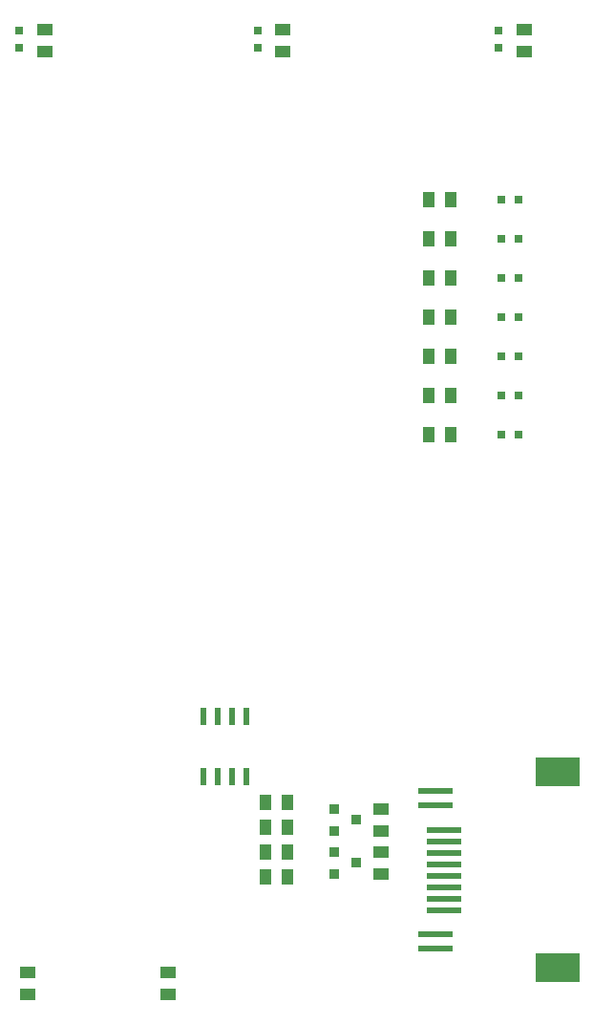
<source format=gtp>
G04*
G04 #@! TF.GenerationSoftware,Altium Limited,Altium Designer,21.7.2 (23)*
G04*
G04 Layer_Color=8421504*
%FSLAX25Y25*%
%MOIN*%
G70*
G04*
G04 #@! TF.SameCoordinates,2167A7DA-B4CF-4ED0-A09D-CB439950EC41*
G04*
G04*
G04 #@! TF.FilePolarity,Positive*
G04*
G01*
G75*
%ADD15R,0.03150X0.03150*%
%ADD16R,0.05709X0.03937*%
%ADD17R,0.02362X0.06102*%
%ADD18R,0.03937X0.05709*%
%ADD19R,0.03150X0.03150*%
%ADD20R,0.15354X0.09843*%
%ADD21R,0.03347X0.03347*%
%ADD22R,0.12008X0.02402*%
D15*
X148500Y352892D02*
D03*
Y346987D02*
D03*
X232000Y352892D02*
D03*
Y346987D02*
D03*
X316000Y352892D02*
D03*
Y346987D02*
D03*
D16*
X157500Y345760D02*
D03*
Y353240D02*
D03*
X200500Y16760D02*
D03*
Y24240D02*
D03*
X151500Y16760D02*
D03*
Y24240D02*
D03*
X275000Y66240D02*
D03*
Y58760D02*
D03*
X240500Y345760D02*
D03*
Y353240D02*
D03*
X325000Y345760D02*
D03*
Y353240D02*
D03*
X275000Y81240D02*
D03*
Y73760D02*
D03*
D17*
X228000Y113760D02*
D03*
X223000D02*
D03*
X218000D02*
D03*
X213000D02*
D03*
X228000Y92500D02*
D03*
X223000D02*
D03*
X218000D02*
D03*
X213000D02*
D03*
D18*
X299240Y225667D02*
D03*
X291760D02*
D03*
X299240Y239333D02*
D03*
X291760D02*
D03*
X299240Y266667D02*
D03*
X291760D02*
D03*
X299240Y253000D02*
D03*
X291760D02*
D03*
X299240Y212000D02*
D03*
X291760D02*
D03*
X299240Y294000D02*
D03*
X291760D02*
D03*
X299240Y280333D02*
D03*
X291760D02*
D03*
X242240Y57500D02*
D03*
X234760D02*
D03*
X242240Y66167D02*
D03*
X234760D02*
D03*
X242240Y83500D02*
D03*
X234760D02*
D03*
X242240Y74833D02*
D03*
X234760D02*
D03*
D19*
X322953Y280333D02*
D03*
X317047D02*
D03*
X322953Y294000D02*
D03*
X317047D02*
D03*
X322953Y266667D02*
D03*
X317047D02*
D03*
X322953Y239333D02*
D03*
X317047D02*
D03*
X322953Y212000D02*
D03*
X317047D02*
D03*
X322953Y253000D02*
D03*
X317047D02*
D03*
X322953Y225667D02*
D03*
X317047D02*
D03*
D20*
X336500Y25866D02*
D03*
Y94134D02*
D03*
D21*
X266437Y62500D02*
D03*
X258563Y58760D02*
D03*
Y66240D02*
D03*
X266437Y77500D02*
D03*
X258563Y73760D02*
D03*
Y81240D02*
D03*
D22*
X293980Y87500D02*
D03*
Y82500D02*
D03*
Y32500D02*
D03*
Y37500D02*
D03*
X297130Y45984D02*
D03*
Y65984D02*
D03*
Y49984D02*
D03*
Y57984D02*
D03*
Y61984D02*
D03*
Y53984D02*
D03*
Y69984D02*
D03*
Y73984D02*
D03*
M02*

</source>
